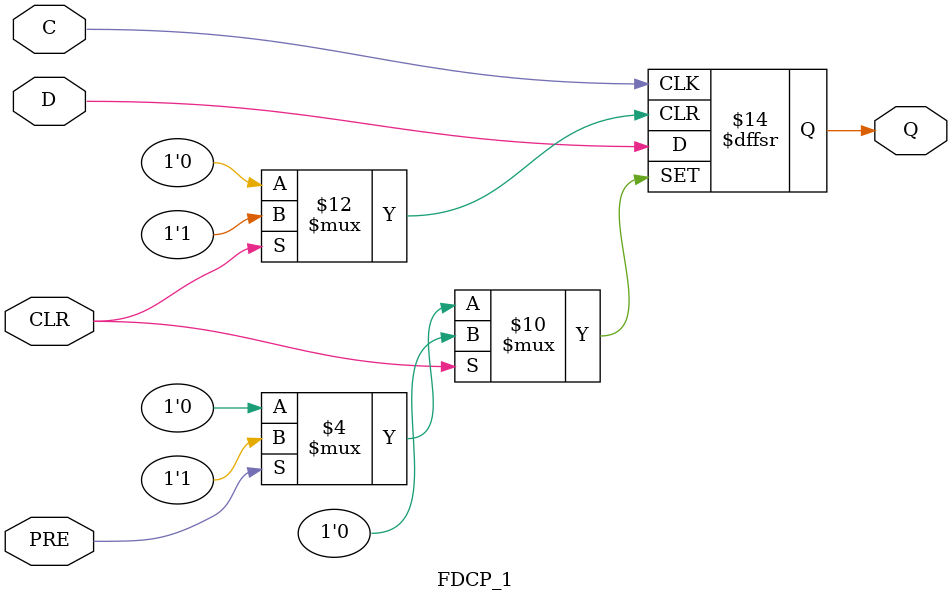
<source format=v>

/*

FUNCTION	: D-FLIP-FLOP with async clear, async preset

*/

// `celldefine
`timescale  100 ps / 10 ps

module FDCP_1 (Q, C, CLR, D, PRE);

    parameter INIT = 1'b0;

    output Q;
    reg    Q;

    input  C, CLR, D, PRE;

	always @(posedge CLR or posedge PRE or negedge C)
	    if (CLR)
		Q <= 0;
	    else if (PRE)
		Q <= 1;
	    else
	        Q <= D;

endmodule

</source>
